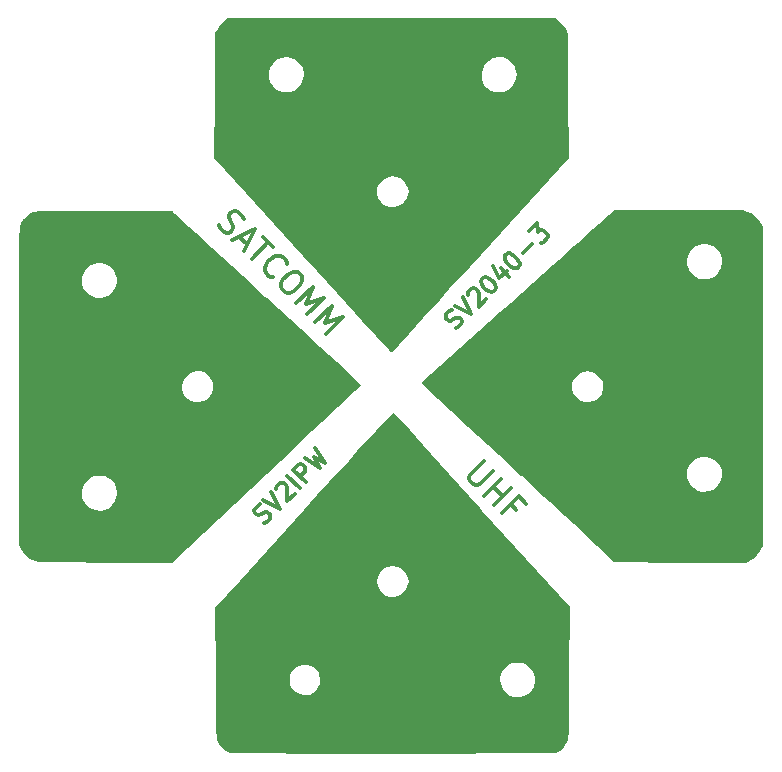
<source format=gtl>
%TF.GenerationSoftware,KiCad,Pcbnew,8.0.1*%
%TF.CreationDate,2024-03-29T22:51:30+02:00*%
%TF.ProjectId,Veis,56656973-2e6b-4696-9361-645f70636258,rev?*%
%TF.SameCoordinates,Original*%
%TF.FileFunction,Copper,L1,Top*%
%TF.FilePolarity,Positive*%
%FSLAX46Y46*%
G04 Gerber Fmt 4.6, Leading zero omitted, Abs format (unit mm)*
G04 Created by KiCad (PCBNEW 8.0.1) date 2024-03-29 22:51:30*
%MOMM*%
%LPD*%
G01*
G04 APERTURE LIST*
%ADD10C,0.300000*%
%TA.AperFunction,NonConductor*%
%ADD11C,0.300000*%
%TD*%
%TA.AperFunction,EtchedComponent*%
%ADD12C,0.000000*%
%TD*%
G04 APERTURE END LIST*
D10*
D11*
X163364594Y-97477960D02*
X162219755Y-98622800D01*
X162219755Y-98622800D02*
X162152411Y-98824830D01*
X162152411Y-98824830D02*
X162152411Y-98959517D01*
X162152411Y-98959517D02*
X162219755Y-99161548D01*
X162219755Y-99161548D02*
X162489129Y-99430922D01*
X162489129Y-99430922D02*
X162691159Y-99498265D01*
X162691159Y-99498265D02*
X162825846Y-99498265D01*
X162825846Y-99498265D02*
X163027877Y-99430922D01*
X163027877Y-99430922D02*
X164172717Y-98286082D01*
X163431938Y-100373731D02*
X164846151Y-98959517D01*
X164172716Y-99632952D02*
X164980839Y-100441074D01*
X164240060Y-101181853D02*
X165654274Y-99767639D01*
X166125678Y-101585914D02*
X165654273Y-101114509D01*
X164913495Y-101855288D02*
X166327708Y-100441074D01*
X166327708Y-100441074D02*
X167001144Y-101114509D01*
D10*
D11*
X161030247Y-86227066D02*
X161232278Y-86126050D01*
X161232278Y-86126050D02*
X161484816Y-85873512D01*
X161484816Y-85873512D02*
X161535323Y-85721989D01*
X161535323Y-85721989D02*
X161535323Y-85620974D01*
X161535323Y-85620974D02*
X161484816Y-85469451D01*
X161484816Y-85469451D02*
X161383801Y-85368436D01*
X161383801Y-85368436D02*
X161232278Y-85317928D01*
X161232278Y-85317928D02*
X161131262Y-85317928D01*
X161131262Y-85317928D02*
X160979740Y-85368436D01*
X160979740Y-85368436D02*
X160727201Y-85519959D01*
X160727201Y-85519959D02*
X160575679Y-85570466D01*
X160575679Y-85570466D02*
X160474663Y-85570466D01*
X160474663Y-85570466D02*
X160323140Y-85519959D01*
X160323140Y-85519959D02*
X160222125Y-85418944D01*
X160222125Y-85418944D02*
X160171618Y-85267421D01*
X160171618Y-85267421D02*
X160171618Y-85166405D01*
X160171618Y-85166405D02*
X160222125Y-85014883D01*
X160222125Y-85014883D02*
X160474663Y-84762344D01*
X160474663Y-84762344D02*
X160676694Y-84661329D01*
X160929232Y-84307776D02*
X162343445Y-85014883D01*
X162343445Y-85014883D02*
X161636338Y-83600669D01*
X162040399Y-83398639D02*
X162040399Y-83297624D01*
X162040399Y-83297624D02*
X162090907Y-83146101D01*
X162090907Y-83146101D02*
X162343445Y-82893563D01*
X162343445Y-82893563D02*
X162494968Y-82843055D01*
X162494968Y-82843055D02*
X162595983Y-82843055D01*
X162595983Y-82843055D02*
X162747506Y-82893563D01*
X162747506Y-82893563D02*
X162848521Y-82994578D01*
X162848521Y-82994578D02*
X162949536Y-83196609D01*
X162949536Y-83196609D02*
X162949536Y-84408792D01*
X162949536Y-84408792D02*
X163606136Y-83752192D01*
X163202074Y-82034933D02*
X163303090Y-81933918D01*
X163303090Y-81933918D02*
X163454612Y-81883411D01*
X163454612Y-81883411D02*
X163555628Y-81883411D01*
X163555628Y-81883411D02*
X163707151Y-81933918D01*
X163707151Y-81933918D02*
X163959689Y-82085441D01*
X163959689Y-82085441D02*
X164212227Y-82337979D01*
X164212227Y-82337979D02*
X164363750Y-82590517D01*
X164363750Y-82590517D02*
X164414257Y-82742040D01*
X164414257Y-82742040D02*
X164414257Y-82843055D01*
X164414257Y-82843055D02*
X164363750Y-82994578D01*
X164363750Y-82994578D02*
X164262734Y-83095594D01*
X164262734Y-83095594D02*
X164111212Y-83146101D01*
X164111212Y-83146101D02*
X164010196Y-83146101D01*
X164010196Y-83146101D02*
X163858673Y-83095594D01*
X163858673Y-83095594D02*
X163606135Y-82944071D01*
X163606135Y-82944071D02*
X163353597Y-82691533D01*
X163353597Y-82691533D02*
X163202074Y-82438994D01*
X163202074Y-82438994D02*
X163151567Y-82287472D01*
X163151567Y-82287472D02*
X163151567Y-82186456D01*
X163151567Y-82186456D02*
X163202074Y-82034933D01*
X164818318Y-81125796D02*
X165525425Y-81832903D01*
X164161719Y-80974274D02*
X164666795Y-81984426D01*
X164666795Y-81984426D02*
X165323394Y-81327827D01*
X165222379Y-80014629D02*
X165323394Y-79913614D01*
X165323394Y-79913614D02*
X165474917Y-79863106D01*
X165474917Y-79863106D02*
X165575932Y-79863106D01*
X165575932Y-79863106D02*
X165727455Y-79913614D01*
X165727455Y-79913614D02*
X165979993Y-80065137D01*
X165979993Y-80065137D02*
X166232531Y-80317675D01*
X166232531Y-80317675D02*
X166384054Y-80570213D01*
X166384054Y-80570213D02*
X166434562Y-80721736D01*
X166434562Y-80721736D02*
X166434562Y-80822751D01*
X166434562Y-80822751D02*
X166384054Y-80974274D01*
X166384054Y-80974274D02*
X166283039Y-81075289D01*
X166283039Y-81075289D02*
X166131516Y-81125797D01*
X166131516Y-81125797D02*
X166030501Y-81125797D01*
X166030501Y-81125797D02*
X165878978Y-81075289D01*
X165878978Y-81075289D02*
X165626440Y-80923766D01*
X165626440Y-80923766D02*
X165373902Y-80671228D01*
X165373902Y-80671228D02*
X165222379Y-80418690D01*
X165222379Y-80418690D02*
X165171871Y-80267167D01*
X165171871Y-80267167D02*
X165171871Y-80166152D01*
X165171871Y-80166152D02*
X165222379Y-80014629D01*
X166687100Y-79863106D02*
X167495222Y-79054984D01*
X167242684Y-77994324D02*
X167899283Y-77337725D01*
X167899283Y-77337725D02*
X167949790Y-78095339D01*
X167949790Y-78095339D02*
X168101313Y-77943816D01*
X168101313Y-77943816D02*
X168252836Y-77893309D01*
X168252836Y-77893309D02*
X168353851Y-77893309D01*
X168353851Y-77893309D02*
X168505374Y-77943816D01*
X168505374Y-77943816D02*
X168757913Y-78196355D01*
X168757913Y-78196355D02*
X168808420Y-78347877D01*
X168808420Y-78347877D02*
X168808420Y-78448893D01*
X168808420Y-78448893D02*
X168757913Y-78600416D01*
X168757913Y-78600416D02*
X168454867Y-78903461D01*
X168454867Y-78903461D02*
X168303344Y-78953969D01*
X168303344Y-78953969D02*
X168202329Y-78953969D01*
D10*
D11*
X140960381Y-77437487D02*
X141095068Y-77706861D01*
X141095068Y-77706861D02*
X141431785Y-78043578D01*
X141431785Y-78043578D02*
X141633816Y-78110922D01*
X141633816Y-78110922D02*
X141768503Y-78110922D01*
X141768503Y-78110922D02*
X141970533Y-78043578D01*
X141970533Y-78043578D02*
X142105220Y-77908891D01*
X142105220Y-77908891D02*
X142172564Y-77706861D01*
X142172564Y-77706861D02*
X142172564Y-77572174D01*
X142172564Y-77572174D02*
X142105220Y-77370143D01*
X142105220Y-77370143D02*
X141903190Y-77033426D01*
X141903190Y-77033426D02*
X141835846Y-76831395D01*
X141835846Y-76831395D02*
X141835846Y-76696708D01*
X141835846Y-76696708D02*
X141903190Y-76494678D01*
X141903190Y-76494678D02*
X142037877Y-76359991D01*
X142037877Y-76359991D02*
X142239907Y-76292647D01*
X142239907Y-76292647D02*
X142374594Y-76292647D01*
X142374594Y-76292647D02*
X142576625Y-76359991D01*
X142576625Y-76359991D02*
X142913343Y-76696708D01*
X142913343Y-76696708D02*
X143048030Y-76966082D01*
X142643969Y-78447639D02*
X143317404Y-79121074D01*
X142105221Y-78717013D02*
X143990839Y-77774204D01*
X143990839Y-77774204D02*
X143048030Y-79659822D01*
X144731617Y-78514983D02*
X145539739Y-79323105D01*
X143721465Y-80333257D02*
X145135678Y-78919044D01*
X145539740Y-81882158D02*
X145405053Y-81882158D01*
X145405053Y-81882158D02*
X145135679Y-81747471D01*
X145135679Y-81747471D02*
X145000992Y-81612784D01*
X145000992Y-81612784D02*
X144866305Y-81343410D01*
X144866305Y-81343410D02*
X144866305Y-81074036D01*
X144866305Y-81074036D02*
X144933648Y-80872006D01*
X144933648Y-80872006D02*
X145135679Y-80535288D01*
X145135679Y-80535288D02*
X145337709Y-80333258D01*
X145337709Y-80333258D02*
X145674427Y-80131227D01*
X145674427Y-80131227D02*
X145876457Y-80063884D01*
X145876457Y-80063884D02*
X146145831Y-80063884D01*
X146145831Y-80063884D02*
X146415205Y-80198571D01*
X146415205Y-80198571D02*
X146549892Y-80333258D01*
X146549892Y-80333258D02*
X146684579Y-80602632D01*
X146684579Y-80602632D02*
X146684579Y-80737319D01*
X147694732Y-81478097D02*
X147964106Y-81747471D01*
X147964106Y-81747471D02*
X148031449Y-81949502D01*
X148031449Y-81949502D02*
X148031449Y-82218876D01*
X148031449Y-82218876D02*
X147829419Y-82555593D01*
X147829419Y-82555593D02*
X147358014Y-83026998D01*
X147358014Y-83026998D02*
X147021297Y-83229028D01*
X147021297Y-83229028D02*
X146751923Y-83229028D01*
X146751923Y-83229028D02*
X146549892Y-83161685D01*
X146549892Y-83161685D02*
X146280518Y-82892311D01*
X146280518Y-82892311D02*
X146213175Y-82690280D01*
X146213175Y-82690280D02*
X146213175Y-82420906D01*
X146213175Y-82420906D02*
X146415205Y-82084189D01*
X146415205Y-82084189D02*
X146886610Y-81612784D01*
X146886610Y-81612784D02*
X147223327Y-81410754D01*
X147223327Y-81410754D02*
X147492701Y-81410754D01*
X147492701Y-81410754D02*
X147694732Y-81478097D01*
X147492701Y-84104494D02*
X148906915Y-82690280D01*
X148906915Y-82690280D02*
X148368167Y-84171837D01*
X148368167Y-84171837D02*
X149849724Y-83633089D01*
X149849724Y-83633089D02*
X148435510Y-85047303D01*
X149108945Y-85720738D02*
X150523159Y-84306524D01*
X150523159Y-84306524D02*
X149984411Y-85788081D01*
X149984411Y-85788081D02*
X151465968Y-85249333D01*
X151465968Y-85249333D02*
X150051754Y-86663547D01*
D10*
D11*
X144790247Y-102687066D02*
X144992278Y-102586050D01*
X144992278Y-102586050D02*
X145244816Y-102333512D01*
X145244816Y-102333512D02*
X145295323Y-102181989D01*
X145295323Y-102181989D02*
X145295323Y-102080974D01*
X145295323Y-102080974D02*
X145244816Y-101929451D01*
X145244816Y-101929451D02*
X145143801Y-101828436D01*
X145143801Y-101828436D02*
X144992278Y-101777928D01*
X144992278Y-101777928D02*
X144891262Y-101777928D01*
X144891262Y-101777928D02*
X144739740Y-101828436D01*
X144739740Y-101828436D02*
X144487201Y-101979959D01*
X144487201Y-101979959D02*
X144335679Y-102030466D01*
X144335679Y-102030466D02*
X144234663Y-102030466D01*
X144234663Y-102030466D02*
X144083140Y-101979959D01*
X144083140Y-101979959D02*
X143982125Y-101878944D01*
X143982125Y-101878944D02*
X143931618Y-101727421D01*
X143931618Y-101727421D02*
X143931618Y-101626405D01*
X143931618Y-101626405D02*
X143982125Y-101474883D01*
X143982125Y-101474883D02*
X144234663Y-101222344D01*
X144234663Y-101222344D02*
X144436694Y-101121329D01*
X144689232Y-100767776D02*
X146103445Y-101474883D01*
X146103445Y-101474883D02*
X145396338Y-100060669D01*
X145800399Y-99858639D02*
X145800399Y-99757624D01*
X145800399Y-99757624D02*
X145850907Y-99606101D01*
X145850907Y-99606101D02*
X146103445Y-99353563D01*
X146103445Y-99353563D02*
X146254968Y-99303055D01*
X146254968Y-99303055D02*
X146355983Y-99303055D01*
X146355983Y-99303055D02*
X146507506Y-99353563D01*
X146507506Y-99353563D02*
X146608521Y-99454578D01*
X146608521Y-99454578D02*
X146709536Y-99656609D01*
X146709536Y-99656609D02*
X146709536Y-100868792D01*
X146709536Y-100868792D02*
X147366136Y-100212192D01*
X147820704Y-99757624D02*
X146760044Y-98696964D01*
X148325780Y-99252548D02*
X147265120Y-98191887D01*
X147265120Y-98191887D02*
X147669181Y-97787826D01*
X147669181Y-97787826D02*
X147820704Y-97737319D01*
X147820704Y-97737319D02*
X147921719Y-97737319D01*
X147921719Y-97737319D02*
X148073242Y-97787826D01*
X148073242Y-97787826D02*
X148224765Y-97939349D01*
X148224765Y-97939349D02*
X148275273Y-98090872D01*
X148275273Y-98090872D02*
X148275273Y-98191887D01*
X148275273Y-98191887D02*
X148224765Y-98343410D01*
X148224765Y-98343410D02*
X147820704Y-98747471D01*
X148224765Y-97232243D02*
X149537964Y-98040365D01*
X149537964Y-98040365D02*
X148982380Y-97080720D01*
X148982380Y-97080720D02*
X149942025Y-97636304D01*
X149942025Y-97636304D02*
X149133903Y-96323105D01*
D12*
%TA.AperFunction,EtchedComponent*%
%TO.C,V*%
G36*
X169770895Y-60212418D02*
G01*
X170005071Y-60447456D01*
X170226721Y-60747893D01*
X170307920Y-60889752D01*
X170519587Y-61308761D01*
X170539881Y-66558094D01*
X170560176Y-71807427D01*
X163110195Y-80020094D01*
X162198240Y-81024960D01*
X161317153Y-81994938D01*
X160473671Y-82922652D01*
X159674534Y-83800727D01*
X158926481Y-84621788D01*
X158236251Y-85378459D01*
X157610583Y-86063365D01*
X157056215Y-86669131D01*
X156579888Y-87188381D01*
X156188340Y-87613739D01*
X155888309Y-87937831D01*
X155686536Y-88153281D01*
X155589760Y-88252714D01*
X155582323Y-88258786D01*
X155517017Y-88200416D01*
X155344899Y-88023728D01*
X155072692Y-87736038D01*
X154707116Y-87344662D01*
X154254894Y-86856917D01*
X153722748Y-86280117D01*
X153117399Y-85621580D01*
X152445570Y-84888620D01*
X151713983Y-84088555D01*
X150929359Y-83228700D01*
X150098420Y-82316371D01*
X149227888Y-81358884D01*
X148324485Y-80363556D01*
X148043628Y-80053783D01*
X143240911Y-74755253D01*
X154345256Y-74755253D01*
X154445332Y-75150872D01*
X154660127Y-75488648D01*
X154963002Y-75750258D01*
X155327316Y-75917379D01*
X155726427Y-75971686D01*
X156133696Y-75894856D01*
X156439663Y-75732268D01*
X156668091Y-75497445D01*
X156864432Y-75172039D01*
X156989247Y-74830491D01*
X157013394Y-74649325D01*
X156959389Y-74369787D01*
X156818519Y-74048970D01*
X156628866Y-73758469D01*
X156444554Y-73579869D01*
X156032579Y-73399610D01*
X155600835Y-73362311D01*
X155183970Y-73455509D01*
X154816630Y-73666742D01*
X154533464Y-73983547D01*
X154386542Y-74320116D01*
X154345256Y-74755253D01*
X143240911Y-74755253D01*
X140582822Y-71822753D01*
X140607538Y-66523424D01*
X140614798Y-64966796D01*
X145191252Y-64966796D01*
X145299092Y-65364358D01*
X145525785Y-65722476D01*
X145877549Y-66014004D01*
X146044265Y-66101204D01*
X146512068Y-66241063D01*
X146965143Y-66218586D01*
X147337719Y-66084295D01*
X147706663Y-65820833D01*
X147924553Y-65531020D01*
X148109795Y-65070731D01*
X148132588Y-64775927D01*
X163195920Y-64775927D01*
X163253291Y-65217405D01*
X163440203Y-65591581D01*
X163675195Y-65854739D01*
X163984408Y-66094012D01*
X164308996Y-66213977D01*
X164713026Y-66236473D01*
X164784253Y-66232802D01*
X165135322Y-66179420D01*
X165416031Y-66047847D01*
X165546253Y-65952372D01*
X165897909Y-65576209D01*
X166103874Y-65140629D01*
X166157759Y-64672692D01*
X166053181Y-64199459D01*
X165991837Y-64064184D01*
X165715006Y-63677207D01*
X165366394Y-63420736D01*
X164973159Y-63287857D01*
X164562461Y-63271657D01*
X164161461Y-63365222D01*
X163797318Y-63561637D01*
X163497191Y-63853989D01*
X163288241Y-64235364D01*
X163197627Y-64698848D01*
X163195920Y-64775927D01*
X148132588Y-64775927D01*
X148145263Y-64611981D01*
X148045527Y-64181456D01*
X147825156Y-63805840D01*
X147498719Y-63511817D01*
X147080786Y-63326072D01*
X146691930Y-63273389D01*
X146217225Y-63337508D01*
X145824066Y-63525070D01*
X145518672Y-63808928D01*
X145307260Y-64161933D01*
X145196047Y-64556939D01*
X145191252Y-64966796D01*
X140614798Y-64966796D01*
X140632254Y-61224094D01*
X140843920Y-60850662D01*
X141046657Y-60561237D01*
X141298595Y-60287566D01*
X141380946Y-60215662D01*
X141706305Y-59954094D01*
X155575920Y-59954094D01*
X169445536Y-59954094D01*
X169770895Y-60212418D01*
G37*
%TD.AperFunction*%
%TA.AperFunction,EtchedComponent*%
G36*
X174603578Y-76143068D02*
G01*
X174656459Y-76163999D01*
X174805576Y-76181006D01*
X175059566Y-76194171D01*
X175427060Y-76203575D01*
X175916695Y-76209299D01*
X176537104Y-76211425D01*
X177296922Y-76210034D01*
X178204782Y-76205206D01*
X179269319Y-76197024D01*
X179816763Y-76192130D01*
X180991718Y-76182252D01*
X182007052Y-76175999D01*
X182872442Y-76173459D01*
X183597563Y-76174723D01*
X184192093Y-76179879D01*
X184665706Y-76189017D01*
X185028080Y-76202226D01*
X185288889Y-76219595D01*
X185457811Y-76241215D01*
X185473559Y-76244349D01*
X185983935Y-76434728D01*
X186434714Y-76764695D01*
X186789331Y-77206078D01*
X186842007Y-77298691D01*
X187029587Y-77649427D01*
X187051789Y-90971533D01*
X187054650Y-93003573D01*
X187056173Y-94867514D01*
X187056353Y-96564586D01*
X187055184Y-98096019D01*
X187052659Y-99463043D01*
X187048774Y-100666887D01*
X187043521Y-101708782D01*
X187036895Y-102589956D01*
X187028891Y-103311639D01*
X187019502Y-103875062D01*
X187008722Y-104281454D01*
X186996545Y-104532044D01*
X186985985Y-104620473D01*
X186801803Y-105041469D01*
X186503408Y-105443196D01*
X186140638Y-105764426D01*
X185973263Y-105864594D01*
X185596707Y-106055094D01*
X179984314Y-106055094D01*
X178828229Y-106053894D01*
X177789795Y-106050357D01*
X176875764Y-106044582D01*
X176092886Y-106036664D01*
X175447911Y-106026702D01*
X174947589Y-106014792D01*
X174598672Y-106001030D01*
X174407910Y-105985515D01*
X174371920Y-105974451D01*
X174310878Y-105908009D01*
X174132731Y-105733840D01*
X173844946Y-105458913D01*
X173454989Y-105090198D01*
X172970328Y-104634665D01*
X172398429Y-104099284D01*
X171746761Y-103491025D01*
X171022789Y-102816857D01*
X170233980Y-102083750D01*
X169387803Y-101298675D01*
X168491723Y-100468600D01*
X167553208Y-99600497D01*
X166603754Y-98723513D01*
X166574678Y-98696671D01*
X180590502Y-98696671D01*
X180634309Y-98932159D01*
X180833899Y-99385511D01*
X181143546Y-99735693D01*
X181533798Y-99969085D01*
X181975205Y-100072071D01*
X182438314Y-100031031D01*
X182753920Y-99912227D01*
X183119684Y-99641962D01*
X183391067Y-99271996D01*
X183548636Y-98845121D01*
X183572955Y-98404133D01*
X183531555Y-98199891D01*
X183317158Y-97736999D01*
X182985498Y-97395039D01*
X182718242Y-97240983D01*
X182255885Y-97110671D01*
X181806493Y-97125440D01*
X181393966Y-97265896D01*
X181042204Y-97512642D01*
X180775106Y-97846283D01*
X180616572Y-98247425D01*
X180590502Y-98696671D01*
X166574678Y-98696671D01*
X165623560Y-97818623D01*
X164673351Y-96941149D01*
X163761058Y-96098426D01*
X162894609Y-95297793D01*
X162081936Y-94546584D01*
X161330967Y-93852137D01*
X160649633Y-93221787D01*
X160045864Y-92662871D01*
X159527589Y-92182725D01*
X159102738Y-91788686D01*
X158779242Y-91488089D01*
X158565030Y-91288272D01*
X158519330Y-91245121D01*
X170857356Y-91245121D01*
X170961854Y-91662605D01*
X171191292Y-92029772D01*
X171525435Y-92303359D01*
X171612171Y-92347232D01*
X171977808Y-92475325D01*
X172301549Y-92485843D01*
X172657394Y-92378453D01*
X172740338Y-92342157D01*
X173102559Y-92092667D01*
X173357935Y-91742879D01*
X173488434Y-91332965D01*
X173476022Y-90903095D01*
X173442382Y-90778200D01*
X173232059Y-90382810D01*
X172912890Y-90080810D01*
X172521750Y-89893026D01*
X172095511Y-89840283D01*
X171850114Y-89878861D01*
X171509276Y-90043614D01*
X171195421Y-90320436D01*
X170964004Y-90654475D01*
X170898038Y-90820584D01*
X170857356Y-91245121D01*
X158519330Y-91245121D01*
X158471579Y-91200034D01*
X158107570Y-90846849D01*
X163846285Y-85687471D01*
X164756681Y-84868986D01*
X165681907Y-84037176D01*
X166607215Y-83205300D01*
X167517856Y-82386618D01*
X168399082Y-81594387D01*
X169236145Y-80841868D01*
X169727584Y-80400068D01*
X180605876Y-80400068D01*
X180630319Y-80884400D01*
X180644201Y-80943942D01*
X180803916Y-81315727D01*
X181065579Y-81654932D01*
X181383143Y-81910030D01*
X181592058Y-82004631D01*
X181998383Y-82058317D01*
X182442267Y-82008207D01*
X182837029Y-81865567D01*
X182887642Y-81836273D01*
X183237326Y-81530910D01*
X183460610Y-81148220D01*
X183559007Y-80721837D01*
X183534027Y-80285397D01*
X183387181Y-79872535D01*
X183119980Y-79516885D01*
X182772377Y-79270749D01*
X182287092Y-79106774D01*
X181821928Y-79110277D01*
X181384780Y-79280002D01*
X181050626Y-79544466D01*
X180746414Y-79951924D01*
X180605876Y-80400068D01*
X169727584Y-80400068D01*
X170014295Y-80142317D01*
X170718786Y-79508996D01*
X171334867Y-78955161D01*
X171847792Y-78494072D01*
X172078108Y-78287039D01*
X172624606Y-77798856D01*
X173131310Y-77352127D01*
X173584704Y-76958323D01*
X173971271Y-76628920D01*
X174277496Y-76375391D01*
X174489864Y-76209211D01*
X174594857Y-76141854D01*
X174603578Y-76143068D01*
G37*
%TD.AperFunction*%
%TA.AperFunction,EtchedComponent*%
G36*
X155794062Y-93368895D02*
G01*
X155863598Y-93444638D01*
X156039748Y-93638607D01*
X156315719Y-93943281D01*
X156684716Y-94351138D01*
X157139946Y-94854658D01*
X157674614Y-95446318D01*
X158281925Y-96118599D01*
X158955087Y-96863978D01*
X159687305Y-97674935D01*
X160471784Y-98543949D01*
X161301731Y-99463498D01*
X162170352Y-100426061D01*
X163070853Y-101424118D01*
X163276825Y-101652427D01*
X170647668Y-109822761D01*
X170625961Y-115368427D01*
X170621548Y-116473085D01*
X170617305Y-117421236D01*
X170612788Y-118225707D01*
X170607549Y-118899324D01*
X170601145Y-119454912D01*
X170593128Y-119905298D01*
X170583054Y-120263307D01*
X170570477Y-120541765D01*
X170554951Y-120753498D01*
X170536030Y-120911333D01*
X170513269Y-121028095D01*
X170486222Y-121116610D01*
X170454444Y-121189704D01*
X170421508Y-121252761D01*
X170147825Y-121652463D01*
X169818389Y-121966299D01*
X169519242Y-122136374D01*
X169414592Y-122149632D01*
X169172140Y-122161767D01*
X168789367Y-122172796D01*
X168263753Y-122182735D01*
X167592779Y-122191601D01*
X166773926Y-122199409D01*
X165804673Y-122206176D01*
X164682503Y-122211918D01*
X163404895Y-122216652D01*
X161969330Y-122220393D01*
X160373290Y-122223158D01*
X158614253Y-122224963D01*
X156689702Y-122225825D01*
X155633908Y-122225906D01*
X153839884Y-122225714D01*
X152207516Y-122225235D01*
X150729129Y-122224394D01*
X149397048Y-122223119D01*
X148203596Y-122221336D01*
X147141096Y-122218973D01*
X146201874Y-122215955D01*
X145378253Y-122212209D01*
X144662556Y-122207664D01*
X144047108Y-122202244D01*
X143524233Y-122195877D01*
X143086255Y-122188489D01*
X142725498Y-122180008D01*
X142434285Y-122170361D01*
X142204942Y-122159473D01*
X142029790Y-122147272D01*
X141901156Y-122133684D01*
X141811361Y-122118637D01*
X141752732Y-122102057D01*
X141732920Y-122093281D01*
X141310437Y-121800702D01*
X140998437Y-121405950D01*
X140895919Y-121210427D01*
X140859982Y-121130271D01*
X140829135Y-121045570D01*
X140802927Y-120943284D01*
X140780906Y-120810375D01*
X140762619Y-120633800D01*
X140747616Y-120400521D01*
X140735444Y-120097498D01*
X140725651Y-119711690D01*
X140717786Y-119230057D01*
X140711396Y-118639560D01*
X140706030Y-117927159D01*
X140701236Y-117079813D01*
X140696561Y-116084483D01*
X140696261Y-116015658D01*
X146953684Y-116015658D01*
X147007058Y-116407353D01*
X147142614Y-116727394D01*
X147155737Y-116746117D01*
X147456518Y-117033867D01*
X147837465Y-117217068D01*
X148252496Y-117287083D01*
X148655525Y-117235270D01*
X148960426Y-117084452D01*
X149304500Y-116739861D01*
X149506656Y-116336183D01*
X149559442Y-115902018D01*
X149557655Y-115894528D01*
X164762882Y-115894528D01*
X164804020Y-116343361D01*
X164980206Y-116759415D01*
X165284569Y-117109677D01*
X165586928Y-117306437D01*
X166067217Y-117460387D01*
X166541195Y-117449725D01*
X166961083Y-117291912D01*
X167347121Y-116989597D01*
X167609399Y-116608927D01*
X167741424Y-116181915D01*
X167736705Y-115740570D01*
X167588749Y-115316905D01*
X167412509Y-115065959D01*
X167076231Y-114752496D01*
X166719935Y-114579637D01*
X166289418Y-114522140D01*
X166243920Y-114521761D01*
X165776868Y-114577756D01*
X165399844Y-114758435D01*
X165113232Y-115030569D01*
X164863662Y-115445927D01*
X164762882Y-115894528D01*
X149557655Y-115894528D01*
X149455408Y-115465970D01*
X149407817Y-115367106D01*
X149136813Y-115018056D01*
X148782788Y-114791476D01*
X148380652Y-114688319D01*
X147965313Y-114709540D01*
X147571682Y-114856092D01*
X147234668Y-115128929D01*
X147103811Y-115304153D01*
X146985074Y-115624021D01*
X146953684Y-116015658D01*
X140696261Y-116015658D01*
X140693439Y-115367204D01*
X140669958Y-109904980D01*
X142715329Y-107636558D01*
X154357053Y-107636558D01*
X154401368Y-108022457D01*
X154563471Y-108383807D01*
X154850127Y-108691398D01*
X155091157Y-108841203D01*
X155448636Y-108980964D01*
X155761828Y-109001572D01*
X156098428Y-108902258D01*
X156256480Y-108827927D01*
X156573698Y-108591911D01*
X156828877Y-108260647D01*
X156984776Y-107891274D01*
X157015254Y-107663761D01*
X156952161Y-107354000D01*
X156789156Y-107014751D01*
X156565646Y-106712770D01*
X156344553Y-106527582D01*
X156015871Y-106404395D01*
X155665513Y-106361196D01*
X155222365Y-106431684D01*
X154863181Y-106623675D01*
X154594724Y-106907957D01*
X154423759Y-107255322D01*
X154357053Y-107636558D01*
X142715329Y-107636558D01*
X148176049Y-101580338D01*
X149274104Y-100363020D01*
X150264508Y-99266167D01*
X151152551Y-98284075D01*
X151943523Y-97411044D01*
X152642714Y-96641371D01*
X153255414Y-95969353D01*
X153786913Y-95389288D01*
X154242502Y-94895475D01*
X154627471Y-94482211D01*
X154947109Y-94143793D01*
X155206707Y-93874519D01*
X155411555Y-93668688D01*
X155566944Y-93520597D01*
X155678162Y-93424544D01*
X155750501Y-93374826D01*
X155789250Y-93365742D01*
X155794062Y-93368895D01*
G37*
%TD.AperFunction*%
%TA.AperFunction,EtchedComponent*%
G36*
X132313934Y-76253370D02*
G01*
X133226494Y-76256094D01*
X134073757Y-76260440D01*
X134841886Y-76266249D01*
X135517049Y-76273364D01*
X136085411Y-76281625D01*
X136533138Y-76290875D01*
X136846394Y-76300956D01*
X137011347Y-76311707D01*
X137033920Y-76317512D01*
X137095339Y-76381501D01*
X137274646Y-76552553D01*
X137564413Y-76823846D01*
X137957214Y-77188557D01*
X138445624Y-77639862D01*
X139022215Y-78170938D01*
X139679560Y-78774961D01*
X140410234Y-79445109D01*
X141206810Y-80174559D01*
X142061861Y-80956487D01*
X142967962Y-81784070D01*
X143917684Y-82650485D01*
X144903603Y-83548908D01*
X145028165Y-83662345D01*
X146017781Y-84564044D01*
X146971924Y-85434459D01*
X147883184Y-86266779D01*
X148744153Y-87054194D01*
X149547421Y-87789891D01*
X150285580Y-88467061D01*
X150951219Y-89078890D01*
X151536929Y-89618569D01*
X152035301Y-90079286D01*
X152438927Y-90454230D01*
X152740396Y-90736589D01*
X152932300Y-90919552D01*
X153007229Y-90996308D01*
X153007998Y-90998106D01*
X152945606Y-91061817D01*
X152766888Y-91234382D01*
X152479135Y-91508930D01*
X152089637Y-91878588D01*
X151605685Y-92336483D01*
X151034569Y-92875742D01*
X150383580Y-93489494D01*
X149660008Y-94170866D01*
X148871144Y-94912985D01*
X148024278Y-95708979D01*
X147126701Y-96551975D01*
X146185703Y-97435101D01*
X145208575Y-98351484D01*
X144992587Y-98553959D01*
X136991587Y-106053801D01*
X131361254Y-106048783D01*
X130196174Y-106047125D01*
X129189013Y-106044221D01*
X128328359Y-106039842D01*
X127602799Y-106033758D01*
X127000923Y-106025740D01*
X126511317Y-106015557D01*
X126122571Y-106002980D01*
X125823273Y-105987779D01*
X125602010Y-105969726D01*
X125447371Y-105948589D01*
X125359697Y-105927999D01*
X124939923Y-105718347D01*
X124551824Y-105377450D01*
X124237728Y-104943061D01*
X124220668Y-104912094D01*
X124037587Y-104573427D01*
X124030097Y-100091599D01*
X129356941Y-100091599D01*
X129407213Y-100552202D01*
X129612406Y-100995980D01*
X129729478Y-101151834D01*
X130086624Y-101452608D01*
X130517630Y-101618783D01*
X130985260Y-101643560D01*
X131452280Y-101520136D01*
X131533865Y-101481421D01*
X131919925Y-101194348D01*
X132185482Y-100802388D01*
X132312122Y-100335752D01*
X132320230Y-100191218D01*
X132253151Y-99681700D01*
X132049220Y-99265790D01*
X131720090Y-98955728D01*
X131277411Y-98763753D01*
X130906590Y-98706209D01*
X130585515Y-98698679D01*
X130361946Y-98734025D01*
X130166480Y-98826583D01*
X130093268Y-98874191D01*
X129704207Y-99226059D01*
X129457352Y-99640706D01*
X129356941Y-100091599D01*
X124030097Y-100091599D01*
X124015379Y-91284575D01*
X124014958Y-91048472D01*
X137850019Y-91048472D01*
X137876715Y-91466412D01*
X138040760Y-91853856D01*
X138336604Y-92177887D01*
X138581157Y-92331203D01*
X138937358Y-92470017D01*
X139253050Y-92490794D01*
X139599240Y-92394219D01*
X139720338Y-92342157D01*
X140094412Y-92087096D01*
X140347445Y-91734439D01*
X140466299Y-91317095D01*
X140437834Y-90867971D01*
X140381767Y-90685512D01*
X140152250Y-90294188D01*
X139827966Y-90020301D01*
X139442262Y-89870561D01*
X139028485Y-89851676D01*
X138619982Y-89970354D01*
X138250099Y-90233305D01*
X138230864Y-90252781D01*
X137966220Y-90632955D01*
X137850019Y-91048472D01*
X124014958Y-91048472D01*
X124012180Y-89490363D01*
X124009077Y-87857586D01*
X124006400Y-86378347D01*
X124004480Y-85044751D01*
X124003647Y-83848898D01*
X124004231Y-82782892D01*
X124005301Y-82349540D01*
X129351088Y-82349540D01*
X129482814Y-82775684D01*
X129683708Y-83073139D01*
X130086997Y-83425924D01*
X130529629Y-83618735D01*
X130998069Y-83648590D01*
X131478783Y-83512509D01*
X131541668Y-83482376D01*
X131902711Y-83212158D01*
X132165131Y-82836660D01*
X132308971Y-82400382D01*
X132314279Y-81947824D01*
X132287096Y-81820037D01*
X132110592Y-81373141D01*
X131842130Y-81047719D01*
X131503265Y-80831694D01*
X131047569Y-80680341D01*
X130609733Y-80688396D01*
X130173377Y-80845594D01*
X129779623Y-81126899D01*
X129506592Y-81492854D01*
X129361380Y-81911165D01*
X129351088Y-82349540D01*
X124005301Y-82349540D01*
X124006561Y-81838835D01*
X124010969Y-81008831D01*
X124017783Y-80284982D01*
X124027334Y-79659390D01*
X124039952Y-79124159D01*
X124055967Y-78671392D01*
X124075710Y-78293190D01*
X124099509Y-77981657D01*
X124127696Y-77728895D01*
X124160600Y-77527007D01*
X124198552Y-77368096D01*
X124241881Y-77244265D01*
X124290917Y-77147616D01*
X124345991Y-77070252D01*
X124407433Y-77004276D01*
X124475572Y-76941790D01*
X124550739Y-76874898D01*
X124620383Y-76808695D01*
X124901157Y-76576151D01*
X125200338Y-76401491D01*
X125317410Y-76356553D01*
X125437445Y-76334379D01*
X125644773Y-76315245D01*
X125948673Y-76298993D01*
X126358425Y-76285462D01*
X126883309Y-76274492D01*
X127532605Y-76265923D01*
X128315591Y-76259594D01*
X129241549Y-76255345D01*
X130319758Y-76253016D01*
X131349910Y-76252427D01*
X132313934Y-76253370D01*
G37*
%TD.AperFunction*%
%TD*%
M02*

</source>
